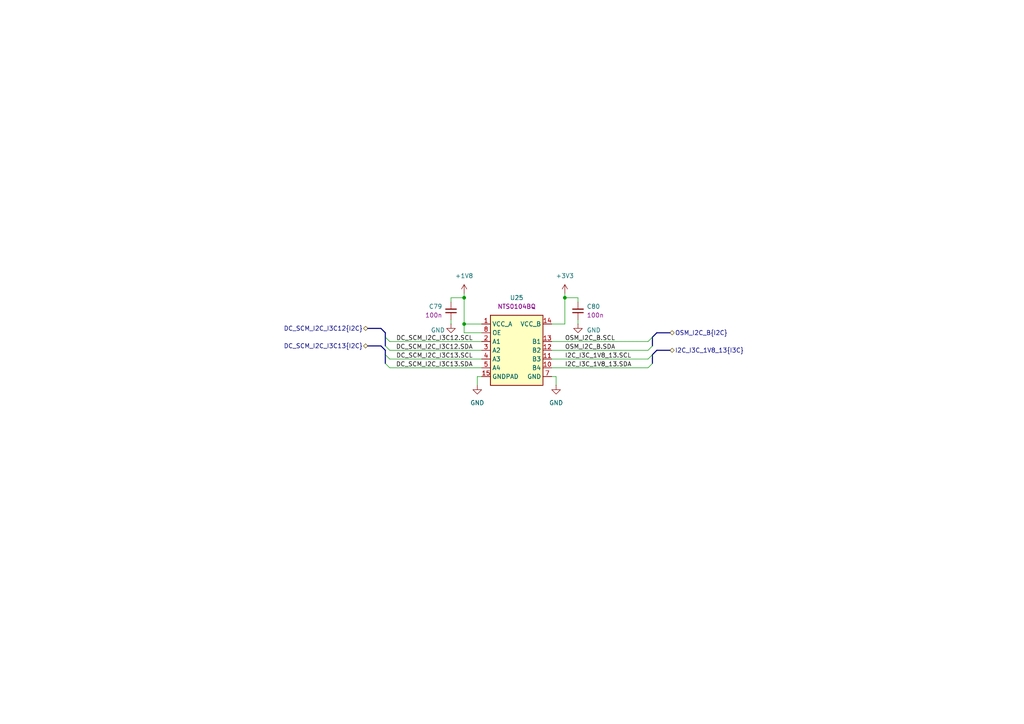
<source format=kicad_sch>
(kicad_sch (version 20250114) (generator "eeschema") (generator_version "9.0")
  (paper "A4")
  (lib_symbols
    (symbol "antmicroCapacitors0402:C_100n_0402" (pin_numbers (hide yes)) (pin_names (hide yes))
      (property "Reference" "C" (at 20.32 -5.08 0))
      (property "Val" "100n" (at 20.32 -7.62 0))
      (symbol "C_100n_0402_0_1"
        (polyline (pts (xy 2.032 -1.524) (xy 2.032 1.524)) (stroke (width 0.3048)))
        (polyline (pts (xy 3.048 -1.524) (xy 3.048 1.524)) (stroke (width 0.3302)))
      )
      (symbol "C_100n_0402_1_1"
        (pin passive line (at 0 0 0) (length 2.032) (name "~") (number "1"))
        (pin passive line (at 5.08 0 180) (length 2.032) (name "~") (number "2"))
      )
    )
    (symbol "antmicroLogicTranslatorsLevelShifters:NTS0104_DHVQFN"
      (property "Reference" "U" (at 35.56 -2.54 0))
      (property "MPN" "NTS0104BQ" (at 35.56 -5.08 0))
      (symbol "NTS0104_DHVQFN_1_1"
        (rectangle (start 2.54 2.54) (end 17.78 -17.78) (stroke (width 0.254)) (fill (type background)))
        (pin power_in line (at 0 0 0) (length 2.54) (name "VCC_A") (number "1"))
        (pin passive line (at 0 -2.54 0) (length 2.54) (name "OE") (number "8"))
        (pin passive line (at 0 -5.08 0) (length 2.54) (name "A1") (number "2"))
        (pin passive line (at 0 -7.62 0) (length 2.54) (name "A2") (number "3"))
        (pin passive line (at 0 -10.16 0) (length 2.54) (name "A3") (number "4"))
        (pin passive line (at 0 -12.7 0) (length 2.54) (name "A4") (number "5"))
        (pin power_in line (at 0 -15.24 0) (length 2.54) (name "GNDPAD") (number "15"))
        (pin no_connect line (at 17.78 -2.54 180) (length 2.54) (hide yes) (name "NC") (number "6"))
        (pin no_connect line (at 17.78 -3.81 180) (length 2.54) (hide yes) (name "NC") (number "9"))
        (pin power_in line (at 20.32 0 180) (length 2.54) (name "VCC_B") (number "14"))
        (pin passive line (at 20.32 -5.08 180) (length 2.54) (name "B1") (number "13"))
        (pin passive line (at 20.32 -7.62 180) (length 2.54) (name "B2") (number "12"))
        (pin passive line (at 20.32 -10.16 180) (length 2.54) (name "B3") (number "11"))
        (pin passive line (at 20.32 -12.7 180) (length 2.54) (name "B4") (number "10"))
        (pin power_in line (at 20.32 -15.24 180) (length 2.54) (name "GND") (number "7"))
      )
    )
    (symbol "antmicropower:+1V8" (power) (pin_numbers (hide yes)) (pin_names (hide yes))
      (property "Value" "+1V8" (at -3.175 2.54 0))
      (symbol "+1V8_1_1"
        (polyline (pts (xy -0.762 1.27) (xy 0 2.54)) (fill (type background)))
        (polyline (pts (xy 0 2.54) (xy 0.762 1.27)) (fill (type background)))
        (polyline (pts (xy 0 0) (xy 0 2.54)) (fill (type background)))
        (pin power_in line (at 0 0 90) (length 0) (hide yes) (name "+1V8") (number "1"))
      )
    )
    (symbol "antmicropower:+3V3" (power) (pin_numbers (hide yes)) (pin_names (hide yes))
      (property "Value" "+3V3" (at -3.175 2.54 0))
      (symbol "+3V3_0_1"
        (polyline (pts (xy 0 2.54) (xy -0.762 1.27)))
        (polyline (pts (xy 0 2.54) (xy 0.762 1.27)))
        (polyline (pts (xy 0 0) (xy 0 2.54)))
      )
      (symbol "+3V3_1_1"
        (pin power_in line (at 0 0 90) (length 0) (hide yes) (name "+3V3") (number "1"))
      )
    )
    (symbol "antmicropower:GND" (power) (pin_numbers (hide yes)) (pin_names (hide yes))
      (property "Value" "GND" (at 8.89 -5.08 0))
      (symbol "GND_1_1"
        (polyline (pts (xy 0 0) (xy 0 -1.27) (xy 1.27 -1.27) (xy 0 -2.54) (xy -1.27 -1.27) (xy 0 -1.27)))
        (pin power_in line (at 0 0 270) (length 0) (name "GND") (number "1"))
      )
    )
  )
  (junction (at 134.62 93.98))
  (junction (at 163.83 86.36))
  (junction (at 134.62 86.36))
  (bus_entry (at 189.23 100.33) (size -1.27 1.27))
  (bus_entry (at 189.23 97.79) (size -1.27 1.27))
  (bus_entry (at 111.76 105.41) (size 1.27 1.27))
  (bus_entry (at 111.76 100.33) (size 1.27 1.27))
  (bus_entry (at 189.23 102.87) (size -1.27 1.27))
  (bus_entry (at 111.76 102.87) (size 1.27 1.27))
  (bus_entry (at 189.23 105.41) (size -1.27 1.27))
  (bus_entry (at 111.76 97.79) (size 1.27 1.27))
  (wire (pts (xy 160.02 101.6) (xy 187.96 101.6)))
  (bus (pts (xy 111.76 97.79) (xy 111.76 100.33)))
  (wire (pts (xy 163.83 86.36) (xy 163.83 93.98)))
  (wire (pts (xy 130.81 86.36) (xy 134.62 86.36)))
  (bus (pts (xy 189.23 102.87) (xy 189.23 105.41)))
  (bus (pts (xy 110.49 100.33) (xy 111.76 101.6)))
  (bus (pts (xy 190.5 96.52) (xy 189.23 97.79)))
  (wire (pts (xy 134.62 86.36) (xy 134.62 93.98)))
  (wire (pts (xy 134.62 85.09) (xy 134.62 86.36)))
  (wire (pts (xy 113.03 101.6) (xy 139.7 101.6)))
  (wire (pts (xy 113.03 99.06) (xy 139.7 99.06)))
  (wire (pts (xy 139.7 109.22) (xy 138.43 109.22)))
  (bus (pts (xy 194.31 101.6) (xy 190.5 101.6)))
  (wire (pts (xy 134.62 93.98) (xy 139.7 93.98)))
  (wire (pts (xy 161.29 109.22) (xy 161.29 111.76)))
  (wire (pts (xy 130.81 86.36) (xy 130.81 87.63)))
  (wire (pts (xy 160.02 104.14) (xy 187.96 104.14)))
  (bus (pts (xy 111.76 101.6) (xy 111.76 102.87)))
  (wire (pts (xy 134.62 96.52) (xy 134.62 93.98)))
  (wire (pts (xy 160.02 109.22) (xy 161.29 109.22)))
  (bus (pts (xy 111.76 96.52) (xy 111.76 97.79)))
  (bus (pts (xy 106.68 100.33) (xy 110.49 100.33)))
  (wire (pts (xy 167.64 86.36) (xy 167.64 87.63)))
  (wire (pts (xy 130.81 92.71) (xy 130.81 93.98)))
  (wire (pts (xy 139.7 96.52) (xy 134.62 96.52)))
  (wire (pts (xy 160.02 99.06) (xy 187.96 99.06)))
  (bus (pts (xy 110.49 95.25) (xy 111.76 96.52)))
  (wire (pts (xy 113.03 106.68) (xy 139.7 106.68)))
  (bus (pts (xy 106.68 95.25) (xy 110.49 95.25)))
  (bus (pts (xy 111.76 102.87) (xy 111.76 105.41)))
  (bus (pts (xy 190.5 101.6) (xy 189.23 102.87)))
  (wire (pts (xy 113.03 104.14) (xy 139.7 104.14)))
  (bus (pts (xy 194.31 96.52) (xy 190.5 96.52)))
  (wire (pts (xy 163.83 85.09) (xy 163.83 86.36)))
  (wire (pts (xy 138.43 109.22) (xy 138.43 111.76)))
  (wire (pts (xy 167.64 86.36) (xy 163.83 86.36)))
  (wire (pts (xy 167.64 92.71) (xy 167.64 93.98)))
  (bus (pts (xy 189.23 97.79) (xy 189.23 100.33)))
  (wire (pts (xy 160.02 106.68) (xy 187.96 106.68)))
  (wire (pts (xy 163.83 93.98) (xy 160.02 93.98)))
  (label "DC_SCM_I2C_I3C13.SCL" (at 137.16 104.14 180))
  (label "I2C_I3C_1V8_13.SDA" (at 163.83 106.68 0))
  (label "DC_SCM_I2C_I3C12.SCL" (at 137.16 99.06 180))
  (label "DC_SCM_I2C_I3C13.SDA" (at 137.16 106.68 180))
  (label "DC_SCM_I2C_I3C12.SDA" (at 137.16 101.6 180))
  (label "OSM_I2C_B.SCL" (at 163.83 99.06 0))
  (label "OSM_I2C_B.SDA" (at 163.83 101.6 0))
  (label "I2C_I3C_1V8_13.SCL" (at 163.83 104.14 0))
  (hierarchical_label "I2C_I3C_1V8_13{I3C}" (shape bidirectional) (at 194.31 101.6 0))
  (hierarchical_label "DC_SCM_I2C_I3C13{I2C}" (shape bidirectional) (at 106.68 100.33 180))
  (hierarchical_label "OSM_I2C_B{I2C}" (shape bidirectional) (at 194.31 96.52 0))
  (hierarchical_label "DC_SCM_I2C_I3C12{I2C}" (shape bidirectional) (at 106.68 95.25 180))
  (symbol (lib_id "antmicroLogicTranslatorsLevelShifters:NTS0104_DHVQFN") (at 139.7 93.98 0) (unit 1)
    (property "Reference" "U25" (at 149.86 86.36 0))
    (property "Value" "NTS0104_DHVQFN" (effects (hide yes)))
    (property "Footprint" "antmicro-footprints:DHVQFN-14-1EP_2.5x3mm" (effects (hide yes)))
    (property "Datasheet" "https://www.nxp.com/docs/en/data-sheet/NTS0104.pdf" (effects (hide yes)))
    (property "Description" "Voltage Level Translator Bidirectional 1 Circuit 4 Channel 50Mbps 14-DHVQFN (2.5x3)" (effects (hide yes)))
    (property "MPN" "NTS0104BQ" (at 149.86 88.9 0))
    (property "Manufacturer" "NXP" (effects (hide yes)))
    (property "Author" "Antmicro" (effects (hide yes)))
    (property "License" "Apache-2.0" (effects (hide yes)))
  )
  (symbol (lib_id "antmicroCapacitors0402:C_100n_0402") (at 130.81 92.71 90) (unit 1)
    (property "Reference" "C79" (at 128.27 88.8936 90) (effects (justify left)))
    (property "Value" "C_100n_0402" (effects (hide yes)))
    (property "Footprint" "antmicro-footprints:C_0402_1005Metric" (effects (hide yes)))
    (property "Datasheet" "https://www.murata.com/products/productdetail?partno=GRM155R61H104KE14%23" (effects (hide yes)))
    (property "Description" "SMD Multilayer Ceramic Capacitor, 0.1 µF, 50 V, 0402 [1005 Metric], ± 10%, X5R, GRM Series" (effects (hide yes)))
    (property "MPN" "GRM155R61H104KE14D" (effects (hide yes)))
    (property "Manufacturer" "Murata" (effects (hide yes)))
    (property "License" "Apache-2.0" (effects (hide yes)))
    (property "Author" "Antmicro" (effects (hide yes)))
    (property "Val" "100n" (at 128.27 91.4336 90) (effects (justify left)))
    (property "Voltage" "50V" (effects (hide yes)))
    (property "Dielectric" "X5R" (effects (hide yes)))
  )
  (symbol (lib_id "antmicropower:+3V3") (at 163.83 85.09 0) (unit 1)
    (property "Reference" "#PWR0143" (effects (hide yes)))
    (property "Value" "+3V3" (at 163.83 80.01 0))
    (property "Author" "Antmicro" (effects (hide yes)))
    (property "License" "Apache-2.0" (effects (hide yes)))
  )
  (symbol (lib_id "antmicropower:GND") (at 161.29 111.76 0) (mirror y) (unit 1)
    (property "Reference" "#PWR0142" (effects (hide yes)))
    (property "Value" "GND" (at 161.29 116.84 0))
    (property "Author" "Antmicro" (effects (hide yes)))
    (property "License" "Apache-2.0" (effects (hide yes)))
  )
  (symbol (lib_id "antmicropower:GND") (at 130.81 93.98 0) (mirror y) (unit 1)
    (property "Reference" "#PWR0139" (effects (hide yes)))
    (property "Value" "GND" (at 127 95.758 0))
    (property "Author" "Antmicro" (effects (hide yes)))
    (property "License" "Apache-2.0" (effects (hide yes)))
  )
  (symbol (lib_id "antmicropower:GND") (at 138.43 111.76 0) (mirror y) (unit 1)
    (property "Reference" "#PWR0141" (effects (hide yes)))
    (property "Value" "GND" (at 138.43 116.84 0))
    (property "Author" "Antmicro" (effects (hide yes)))
    (property "License" "Apache-2.0" (effects (hide yes)))
  )
  (symbol (lib_id "antmicroCapacitors0402:C_100n_0402") (at 167.64 92.71 90) (unit 1)
    (property "Reference" "C80" (at 170.18 88.8936 90) (effects (justify right)))
    (property "Value" "C_100n_0402" (effects (hide yes)))
    (property "Footprint" "antmicro-footprints:C_0402_1005Metric" (effects (hide yes)))
    (property "Datasheet" "https://www.murata.com/products/productdetail?partno=GRM155R61H104KE14%23" (effects (hide yes)))
    (property "Description" "SMD Multilayer Ceramic Capacitor, 0.1 µF, 50 V, 0402 [1005 Metric], ± 10%, X5R, GRM Series" (effects (hide yes)))
    (property "MPN" "GRM155R61H104KE14D" (effects (hide yes)))
    (property "Manufacturer" "Murata" (effects (hide yes)))
    (property "License" "Apache-2.0" (effects (hide yes)))
    (property "Author" "Antmicro" (effects (hide yes)))
    (property "Val" "100n" (at 170.18 91.4336 90) (effects (justify right)))
    (property "Voltage" "50V" (effects (hide yes)))
    (property "Dielectric" "X5R" (effects (hide yes)))
  )
  (symbol (lib_id "antmicropower:+1V8") (at 134.62 85.09 0) (unit 1)
    (property "Reference" "#PWR0140" (effects (hide yes)))
    (property "Value" "+1V8" (at 134.62 80.01 0))
    (property "Author" "Antmicro" (effects (hide yes)))
    (property "License" "Apache-2.0" (effects (hide yes)))
  )
  (symbol (lib_id "antmicropower:GND") (at 167.64 93.98 0) (unit 1)
    (property "Reference" "#PWR0146" (effects (hide yes)))
    (property "Value" "GND" (at 172.212 95.758 0))
    (property "Author" "Antmicro" (effects (hide yes)))
    (property "License" "Apache-2.0" (effects (hide yes)))
  )
)
</source>
